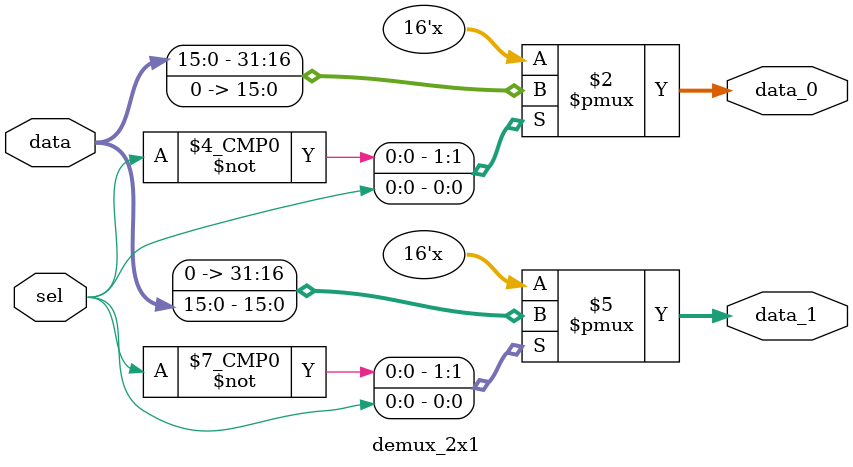
<source format=sv>
`timescale 1ns / 1ps

module VGA_RGB_Controller (
    input  logic       clk,
    input  logic       reset,
    input  logic       scale_sel,
    input  logic       mode_sel,
    output logic       h_sync,
    output logic       v_sync,
    output logic [3:0] r_port,
    output logic [3:0] g_port,
    output logic [3:0] b_port
);
    logic                         DE;
    logic [                  9:0] x_pixel;  // 0 ~ 800
    logic [                  9:0] y_pixel;  // 0 ~ 524
    logic [                  3:0] img_r;
    logic [                  3:0] img_g;
    logic [                  3:0] img_b;
    logic [                  3:0] img_r_qvga;
    logic [                  3:0] img_g_qvga;
    logic [                  3:0] img_b_qvga;
    logic [                  3:0] img_r_vga;
    logic [                  3:0] img_g_vga;
    logic [                  3:0] img_b_vga;
    logic [                  3:0] colorBar_r;
    logic [                  3:0] colorBar_g;
    logic [                  3:0] colorBar_b;
    logic [$clog2(320*240)-1 : 0] addr;
    logic [$clog2(320*240)-1 : 0] addr_qvga;
    logic [$clog2(320*240)-1 : 0] addr_vga;
    logic [                 15:0] imgData;
    logic [                 15:0] imgData_qvga;
    logic [                 15:0] imgData_vga;

    logic                         pclk;

    pixel_clk_gen U_Pixel_Clk_Gen (
        .*,
        .pclk(pclk)
    );


    VGA_Syncher U_VGA_Syncher (
        .clk(pclk),
        .*
    );

    ImgROM U_ROM (
        .clk (pclk),
        .addr(addr),
        .data(imgData)
    );

    demux_2x1 U_Demux (
        .sel   (scale_sel),
        .data  (imgData),
        .data_0(imgData_qvga),
        .data_1(imgData_vga)
    );

    mux_2x1 #(
        .BIT_SIZE(17)
    ) U_MUX_Addr (
        .sel  (scale_sel),
        .rgb_0(addr_qvga),
        .rgb_1(addr_vga),
        .rgb  (addr)
    );

    ImgMemReader U_ImgMemReader (
        .*,
        .addr   (addr_qvga),
        .imgData(imgData_qvga),
        .r_port (img_r_qvga),
        .g_port (img_g_qvga),
        .b_port (img_b_qvga)
    );

    ImgMemReader_upscaler U_ImgMemReader_Upscaler (
        .*,
        .addr   (addr_vga),
        .imgData(imgData_vga),
        .r_port (img_r_vga),
        .g_port (img_g_vga),
        .b_port (img_b_vga)
    );

    mux_2x1 #(
        .BIT_SIZE(12)
    ) U_MUX_Scale (
        .sel  (scale_sel),
        .rgb_0({img_r_qvga, img_g_qvga, img_b_qvga}),
        .rgb_1({img_r_vga, img_g_vga, img_b_vga}),
        .rgb  ({img_r, img_g, img_b})
    );

    VGA_ColorBar U_VGA_ColorBar (
        .*,
        .red_port  (colorBar_r),
        .green_port(colorBar_g),
        .blue_port (colorBar_b)
    );

    mux_2x1 #(
        .BIT_SIZE(12)
    ) U_MUX_Mode (
        .sel  (mode_sel),
        .rgb_0({colorBar_r, colorBar_g, colorBar_b}),
        .rgb_1({img_r, img_g, img_b}),
        .rgb  ({r_port, g_port, b_port})
    );
endmodule

module mux_2x1 #(
    parameter BIT_SIZE = 12
) (
    input  logic                sel,
    input  logic [BIT_SIZE-1:0] rgb_0,
    input  logic [BIT_SIZE-1:0] rgb_1,
    output logic [BIT_SIZE-1:0] rgb
);
    always_comb begin
        rgb = 0;
        case (sel)
            1'b0: rgb = rgb_0;
            1'b1: rgb = rgb_1;
        endcase
    end
endmodule

module pixel_clk_gen (
    input  logic clk,
    input  logic reset,
    output logic pclk
);
    logic [1:0] p_counter;

    always_ff @(posedge clk, posedge reset) begin
        if (reset) begin
            p_counter <= 0;
        end else begin
            if (p_counter == 3) begin
                p_counter <= 0;
                pclk      <= 1'b1;
            end else begin
                p_counter <= p_counter + 1;
                pclk      <= 1'b0;
            end
        end
    end
endmodule

module demux_2x1 (
    input  logic        sel,
    input  logic [15:0] data,
    output logic [15:0] data_0,
    output logic [15:0] data_1
);
    always_comb begin
        data_0 = 0;
        data_1 = 0;
        case (sel)
            1'b0: data_0 = data;
            1'b1: data_1 = data;
        endcase
    end
endmodule

</source>
